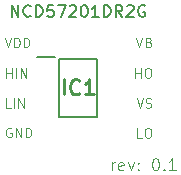
<source format=gbr>
%TF.GenerationSoftware,KiCad,Pcbnew,7.0.10*%
%TF.CreationDate,2024-02-08T11:38:55+02:00*%
%TF.ProjectId,NCD57201DR2G_breakout,4e434435-3732-4303-9144-5232475f6272,0.1*%
%TF.SameCoordinates,Original*%
%TF.FileFunction,Legend,Top*%
%TF.FilePolarity,Positive*%
%FSLAX46Y46*%
G04 Gerber Fmt 4.6, Leading zero omitted, Abs format (unit mm)*
G04 Created by KiCad (PCBNEW 7.0.10) date 2024-02-08 11:38:55*
%MOMM*%
%LPD*%
G01*
G04 APERTURE LIST*
%ADD10C,0.100000*%
%ADD11C,0.200000*%
%ADD12C,0.125000*%
%ADD13C,0.254000*%
G04 APERTURE END LIST*
D10*
X120876497Y-69783095D02*
X120876497Y-68983095D01*
X120876497Y-69364047D02*
X121333640Y-69364047D01*
X121333640Y-69783095D02*
X121333640Y-68983095D01*
X121866973Y-68983095D02*
X122019354Y-68983095D01*
X122019354Y-68983095D02*
X122095544Y-69021190D01*
X122095544Y-69021190D02*
X122171735Y-69097380D01*
X122171735Y-69097380D02*
X122209830Y-69249761D01*
X122209830Y-69249761D02*
X122209830Y-69516428D01*
X122209830Y-69516428D02*
X122171735Y-69668809D01*
X122171735Y-69668809D02*
X122095544Y-69745000D01*
X122095544Y-69745000D02*
X122019354Y-69783095D01*
X122019354Y-69783095D02*
X121866973Y-69783095D01*
X121866973Y-69783095D02*
X121790782Y-69745000D01*
X121790782Y-69745000D02*
X121714592Y-69668809D01*
X121714592Y-69668809D02*
X121676496Y-69516428D01*
X121676496Y-69516428D02*
X121676496Y-69249761D01*
X121676496Y-69249761D02*
X121714592Y-69097380D01*
X121714592Y-69097380D02*
X121790782Y-69021190D01*
X121790782Y-69021190D02*
X121866973Y-68983095D01*
X110339817Y-72323095D02*
X109958865Y-72323095D01*
X109958865Y-72323095D02*
X109958865Y-71523095D01*
X110606484Y-72323095D02*
X110606484Y-71523095D01*
X110987436Y-72323095D02*
X110987436Y-71523095D01*
X110987436Y-71523095D02*
X111444579Y-72323095D01*
X111444579Y-72323095D02*
X111444579Y-71523095D01*
X120952687Y-66417695D02*
X121219354Y-67217695D01*
X121219354Y-67217695D02*
X121486020Y-66417695D01*
X122019353Y-66798647D02*
X122133639Y-66836742D01*
X122133639Y-66836742D02*
X122171734Y-66874838D01*
X122171734Y-66874838D02*
X122209830Y-66951028D01*
X122209830Y-66951028D02*
X122209830Y-67065314D01*
X122209830Y-67065314D02*
X122171734Y-67141504D01*
X122171734Y-67141504D02*
X122133639Y-67179600D01*
X122133639Y-67179600D02*
X122057449Y-67217695D01*
X122057449Y-67217695D02*
X121752687Y-67217695D01*
X121752687Y-67217695D02*
X121752687Y-66417695D01*
X121752687Y-66417695D02*
X122019353Y-66417695D01*
X122019353Y-66417695D02*
X122095544Y-66455790D01*
X122095544Y-66455790D02*
X122133639Y-66493885D01*
X122133639Y-66493885D02*
X122171734Y-66570076D01*
X122171734Y-66570076D02*
X122171734Y-66646266D01*
X122171734Y-66646266D02*
X122133639Y-66722457D01*
X122133639Y-66722457D02*
X122095544Y-66760552D01*
X122095544Y-66760552D02*
X122019353Y-66798647D01*
X122019353Y-66798647D02*
X121752687Y-66798647D01*
X121447925Y-74863095D02*
X121066973Y-74863095D01*
X121066973Y-74863095D02*
X121066973Y-74063095D01*
X121866973Y-74063095D02*
X122019354Y-74063095D01*
X122019354Y-74063095D02*
X122095544Y-74101190D01*
X122095544Y-74101190D02*
X122171735Y-74177380D01*
X122171735Y-74177380D02*
X122209830Y-74329761D01*
X122209830Y-74329761D02*
X122209830Y-74596428D01*
X122209830Y-74596428D02*
X122171735Y-74748809D01*
X122171735Y-74748809D02*
X122095544Y-74825000D01*
X122095544Y-74825000D02*
X122019354Y-74863095D01*
X122019354Y-74863095D02*
X121866973Y-74863095D01*
X121866973Y-74863095D02*
X121790782Y-74825000D01*
X121790782Y-74825000D02*
X121714592Y-74748809D01*
X121714592Y-74748809D02*
X121676496Y-74596428D01*
X121676496Y-74596428D02*
X121676496Y-74329761D01*
X121676496Y-74329761D02*
X121714592Y-74177380D01*
X121714592Y-74177380D02*
X121790782Y-74101190D01*
X121790782Y-74101190D02*
X121866973Y-74063095D01*
D11*
X110409743Y-64662619D02*
X110409743Y-63662619D01*
X110409743Y-63662619D02*
X110981171Y-64662619D01*
X110981171Y-64662619D02*
X110981171Y-63662619D01*
X112028790Y-64567380D02*
X111981171Y-64615000D01*
X111981171Y-64615000D02*
X111838314Y-64662619D01*
X111838314Y-64662619D02*
X111743076Y-64662619D01*
X111743076Y-64662619D02*
X111600219Y-64615000D01*
X111600219Y-64615000D02*
X111504981Y-64519761D01*
X111504981Y-64519761D02*
X111457362Y-64424523D01*
X111457362Y-64424523D02*
X111409743Y-64234047D01*
X111409743Y-64234047D02*
X111409743Y-64091190D01*
X111409743Y-64091190D02*
X111457362Y-63900714D01*
X111457362Y-63900714D02*
X111504981Y-63805476D01*
X111504981Y-63805476D02*
X111600219Y-63710238D01*
X111600219Y-63710238D02*
X111743076Y-63662619D01*
X111743076Y-63662619D02*
X111838314Y-63662619D01*
X111838314Y-63662619D02*
X111981171Y-63710238D01*
X111981171Y-63710238D02*
X112028790Y-63757857D01*
X112457362Y-64662619D02*
X112457362Y-63662619D01*
X112457362Y-63662619D02*
X112695457Y-63662619D01*
X112695457Y-63662619D02*
X112838314Y-63710238D01*
X112838314Y-63710238D02*
X112933552Y-63805476D01*
X112933552Y-63805476D02*
X112981171Y-63900714D01*
X112981171Y-63900714D02*
X113028790Y-64091190D01*
X113028790Y-64091190D02*
X113028790Y-64234047D01*
X113028790Y-64234047D02*
X112981171Y-64424523D01*
X112981171Y-64424523D02*
X112933552Y-64519761D01*
X112933552Y-64519761D02*
X112838314Y-64615000D01*
X112838314Y-64615000D02*
X112695457Y-64662619D01*
X112695457Y-64662619D02*
X112457362Y-64662619D01*
X113933552Y-63662619D02*
X113457362Y-63662619D01*
X113457362Y-63662619D02*
X113409743Y-64138809D01*
X113409743Y-64138809D02*
X113457362Y-64091190D01*
X113457362Y-64091190D02*
X113552600Y-64043571D01*
X113552600Y-64043571D02*
X113790695Y-64043571D01*
X113790695Y-64043571D02*
X113885933Y-64091190D01*
X113885933Y-64091190D02*
X113933552Y-64138809D01*
X113933552Y-64138809D02*
X113981171Y-64234047D01*
X113981171Y-64234047D02*
X113981171Y-64472142D01*
X113981171Y-64472142D02*
X113933552Y-64567380D01*
X113933552Y-64567380D02*
X113885933Y-64615000D01*
X113885933Y-64615000D02*
X113790695Y-64662619D01*
X113790695Y-64662619D02*
X113552600Y-64662619D01*
X113552600Y-64662619D02*
X113457362Y-64615000D01*
X113457362Y-64615000D02*
X113409743Y-64567380D01*
X114314505Y-63662619D02*
X114981171Y-63662619D01*
X114981171Y-63662619D02*
X114552600Y-64662619D01*
X115314505Y-63757857D02*
X115362124Y-63710238D01*
X115362124Y-63710238D02*
X115457362Y-63662619D01*
X115457362Y-63662619D02*
X115695457Y-63662619D01*
X115695457Y-63662619D02*
X115790695Y-63710238D01*
X115790695Y-63710238D02*
X115838314Y-63757857D01*
X115838314Y-63757857D02*
X115885933Y-63853095D01*
X115885933Y-63853095D02*
X115885933Y-63948333D01*
X115885933Y-63948333D02*
X115838314Y-64091190D01*
X115838314Y-64091190D02*
X115266886Y-64662619D01*
X115266886Y-64662619D02*
X115885933Y-64662619D01*
X116504981Y-63662619D02*
X116600219Y-63662619D01*
X116600219Y-63662619D02*
X116695457Y-63710238D01*
X116695457Y-63710238D02*
X116743076Y-63757857D01*
X116743076Y-63757857D02*
X116790695Y-63853095D01*
X116790695Y-63853095D02*
X116838314Y-64043571D01*
X116838314Y-64043571D02*
X116838314Y-64281666D01*
X116838314Y-64281666D02*
X116790695Y-64472142D01*
X116790695Y-64472142D02*
X116743076Y-64567380D01*
X116743076Y-64567380D02*
X116695457Y-64615000D01*
X116695457Y-64615000D02*
X116600219Y-64662619D01*
X116600219Y-64662619D02*
X116504981Y-64662619D01*
X116504981Y-64662619D02*
X116409743Y-64615000D01*
X116409743Y-64615000D02*
X116362124Y-64567380D01*
X116362124Y-64567380D02*
X116314505Y-64472142D01*
X116314505Y-64472142D02*
X116266886Y-64281666D01*
X116266886Y-64281666D02*
X116266886Y-64043571D01*
X116266886Y-64043571D02*
X116314505Y-63853095D01*
X116314505Y-63853095D02*
X116362124Y-63757857D01*
X116362124Y-63757857D02*
X116409743Y-63710238D01*
X116409743Y-63710238D02*
X116504981Y-63662619D01*
X117790695Y-64662619D02*
X117219267Y-64662619D01*
X117504981Y-64662619D02*
X117504981Y-63662619D01*
X117504981Y-63662619D02*
X117409743Y-63805476D01*
X117409743Y-63805476D02*
X117314505Y-63900714D01*
X117314505Y-63900714D02*
X117219267Y-63948333D01*
X118219267Y-64662619D02*
X118219267Y-63662619D01*
X118219267Y-63662619D02*
X118457362Y-63662619D01*
X118457362Y-63662619D02*
X118600219Y-63710238D01*
X118600219Y-63710238D02*
X118695457Y-63805476D01*
X118695457Y-63805476D02*
X118743076Y-63900714D01*
X118743076Y-63900714D02*
X118790695Y-64091190D01*
X118790695Y-64091190D02*
X118790695Y-64234047D01*
X118790695Y-64234047D02*
X118743076Y-64424523D01*
X118743076Y-64424523D02*
X118695457Y-64519761D01*
X118695457Y-64519761D02*
X118600219Y-64615000D01*
X118600219Y-64615000D02*
X118457362Y-64662619D01*
X118457362Y-64662619D02*
X118219267Y-64662619D01*
X119790695Y-64662619D02*
X119457362Y-64186428D01*
X119219267Y-64662619D02*
X119219267Y-63662619D01*
X119219267Y-63662619D02*
X119600219Y-63662619D01*
X119600219Y-63662619D02*
X119695457Y-63710238D01*
X119695457Y-63710238D02*
X119743076Y-63757857D01*
X119743076Y-63757857D02*
X119790695Y-63853095D01*
X119790695Y-63853095D02*
X119790695Y-63995952D01*
X119790695Y-63995952D02*
X119743076Y-64091190D01*
X119743076Y-64091190D02*
X119695457Y-64138809D01*
X119695457Y-64138809D02*
X119600219Y-64186428D01*
X119600219Y-64186428D02*
X119219267Y-64186428D01*
X120171648Y-63757857D02*
X120219267Y-63710238D01*
X120219267Y-63710238D02*
X120314505Y-63662619D01*
X120314505Y-63662619D02*
X120552600Y-63662619D01*
X120552600Y-63662619D02*
X120647838Y-63710238D01*
X120647838Y-63710238D02*
X120695457Y-63757857D01*
X120695457Y-63757857D02*
X120743076Y-63853095D01*
X120743076Y-63853095D02*
X120743076Y-63948333D01*
X120743076Y-63948333D02*
X120695457Y-64091190D01*
X120695457Y-64091190D02*
X120124029Y-64662619D01*
X120124029Y-64662619D02*
X120743076Y-64662619D01*
X121695457Y-63710238D02*
X121600219Y-63662619D01*
X121600219Y-63662619D02*
X121457362Y-63662619D01*
X121457362Y-63662619D02*
X121314505Y-63710238D01*
X121314505Y-63710238D02*
X121219267Y-63805476D01*
X121219267Y-63805476D02*
X121171648Y-63900714D01*
X121171648Y-63900714D02*
X121124029Y-64091190D01*
X121124029Y-64091190D02*
X121124029Y-64234047D01*
X121124029Y-64234047D02*
X121171648Y-64424523D01*
X121171648Y-64424523D02*
X121219267Y-64519761D01*
X121219267Y-64519761D02*
X121314505Y-64615000D01*
X121314505Y-64615000D02*
X121457362Y-64662619D01*
X121457362Y-64662619D02*
X121552600Y-64662619D01*
X121552600Y-64662619D02*
X121695457Y-64615000D01*
X121695457Y-64615000D02*
X121743076Y-64567380D01*
X121743076Y-64567380D02*
X121743076Y-64234047D01*
X121743076Y-64234047D02*
X121552600Y-64234047D01*
D12*
X118885716Y-77620519D02*
X118885716Y-76953852D01*
X118885716Y-77144328D02*
X118933335Y-77049090D01*
X118933335Y-77049090D02*
X118980954Y-77001471D01*
X118980954Y-77001471D02*
X119076192Y-76953852D01*
X119076192Y-76953852D02*
X119171430Y-76953852D01*
X119885716Y-77572900D02*
X119790478Y-77620519D01*
X119790478Y-77620519D02*
X119600002Y-77620519D01*
X119600002Y-77620519D02*
X119504764Y-77572900D01*
X119504764Y-77572900D02*
X119457145Y-77477661D01*
X119457145Y-77477661D02*
X119457145Y-77096709D01*
X119457145Y-77096709D02*
X119504764Y-77001471D01*
X119504764Y-77001471D02*
X119600002Y-76953852D01*
X119600002Y-76953852D02*
X119790478Y-76953852D01*
X119790478Y-76953852D02*
X119885716Y-77001471D01*
X119885716Y-77001471D02*
X119933335Y-77096709D01*
X119933335Y-77096709D02*
X119933335Y-77191947D01*
X119933335Y-77191947D02*
X119457145Y-77287185D01*
X120266669Y-76953852D02*
X120504764Y-77620519D01*
X120504764Y-77620519D02*
X120742859Y-76953852D01*
X121123812Y-77525280D02*
X121171431Y-77572900D01*
X121171431Y-77572900D02*
X121123812Y-77620519D01*
X121123812Y-77620519D02*
X121076193Y-77572900D01*
X121076193Y-77572900D02*
X121123812Y-77525280D01*
X121123812Y-77525280D02*
X121123812Y-77620519D01*
X121123812Y-77001471D02*
X121171431Y-77049090D01*
X121171431Y-77049090D02*
X121123812Y-77096709D01*
X121123812Y-77096709D02*
X121076193Y-77049090D01*
X121076193Y-77049090D02*
X121123812Y-77001471D01*
X121123812Y-77001471D02*
X121123812Y-77096709D01*
X122552383Y-76620519D02*
X122647621Y-76620519D01*
X122647621Y-76620519D02*
X122742859Y-76668138D01*
X122742859Y-76668138D02*
X122790478Y-76715757D01*
X122790478Y-76715757D02*
X122838097Y-76810995D01*
X122838097Y-76810995D02*
X122885716Y-77001471D01*
X122885716Y-77001471D02*
X122885716Y-77239566D01*
X122885716Y-77239566D02*
X122838097Y-77430042D01*
X122838097Y-77430042D02*
X122790478Y-77525280D01*
X122790478Y-77525280D02*
X122742859Y-77572900D01*
X122742859Y-77572900D02*
X122647621Y-77620519D01*
X122647621Y-77620519D02*
X122552383Y-77620519D01*
X122552383Y-77620519D02*
X122457145Y-77572900D01*
X122457145Y-77572900D02*
X122409526Y-77525280D01*
X122409526Y-77525280D02*
X122361907Y-77430042D01*
X122361907Y-77430042D02*
X122314288Y-77239566D01*
X122314288Y-77239566D02*
X122314288Y-77001471D01*
X122314288Y-77001471D02*
X122361907Y-76810995D01*
X122361907Y-76810995D02*
X122409526Y-76715757D01*
X122409526Y-76715757D02*
X122457145Y-76668138D01*
X122457145Y-76668138D02*
X122552383Y-76620519D01*
X123314288Y-77525280D02*
X123361907Y-77572900D01*
X123361907Y-77572900D02*
X123314288Y-77620519D01*
X123314288Y-77620519D02*
X123266669Y-77572900D01*
X123266669Y-77572900D02*
X123314288Y-77525280D01*
X123314288Y-77525280D02*
X123314288Y-77620519D01*
X124314287Y-77620519D02*
X123742859Y-77620519D01*
X124028573Y-77620519D02*
X124028573Y-76620519D01*
X124028573Y-76620519D02*
X123933335Y-76763376D01*
X123933335Y-76763376D02*
X123838097Y-76858614D01*
X123838097Y-76858614D02*
X123742859Y-76906233D01*
D10*
X109958865Y-69783095D02*
X109958865Y-68983095D01*
X109958865Y-69364047D02*
X110416008Y-69364047D01*
X110416008Y-69783095D02*
X110416008Y-68983095D01*
X110796960Y-69783095D02*
X110796960Y-68983095D01*
X111177912Y-69783095D02*
X111177912Y-68983095D01*
X111177912Y-68983095D02*
X111635055Y-69783095D01*
X111635055Y-69783095D02*
X111635055Y-68983095D01*
X109844579Y-66417695D02*
X110111246Y-67217695D01*
X110111246Y-67217695D02*
X110377912Y-66417695D01*
X110644579Y-67217695D02*
X110644579Y-66417695D01*
X110644579Y-66417695D02*
X110835055Y-66417695D01*
X110835055Y-66417695D02*
X110949341Y-66455790D01*
X110949341Y-66455790D02*
X111025531Y-66531980D01*
X111025531Y-66531980D02*
X111063626Y-66608171D01*
X111063626Y-66608171D02*
X111101722Y-66760552D01*
X111101722Y-66760552D02*
X111101722Y-66874838D01*
X111101722Y-66874838D02*
X111063626Y-67027219D01*
X111063626Y-67027219D02*
X111025531Y-67103409D01*
X111025531Y-67103409D02*
X110949341Y-67179600D01*
X110949341Y-67179600D02*
X110835055Y-67217695D01*
X110835055Y-67217695D02*
X110644579Y-67217695D01*
X111444579Y-67217695D02*
X111444579Y-66417695D01*
X111444579Y-66417695D02*
X111635055Y-66417695D01*
X111635055Y-66417695D02*
X111749341Y-66455790D01*
X111749341Y-66455790D02*
X111825531Y-66531980D01*
X111825531Y-66531980D02*
X111863626Y-66608171D01*
X111863626Y-66608171D02*
X111901722Y-66760552D01*
X111901722Y-66760552D02*
X111901722Y-66874838D01*
X111901722Y-66874838D02*
X111863626Y-67027219D01*
X111863626Y-67027219D02*
X111825531Y-67103409D01*
X111825531Y-67103409D02*
X111749341Y-67179600D01*
X111749341Y-67179600D02*
X111635055Y-67217695D01*
X111635055Y-67217695D02*
X111444579Y-67217695D01*
X120990782Y-71523095D02*
X121257449Y-72323095D01*
X121257449Y-72323095D02*
X121524115Y-71523095D01*
X121752686Y-72285000D02*
X121866972Y-72323095D01*
X121866972Y-72323095D02*
X122057448Y-72323095D01*
X122057448Y-72323095D02*
X122133639Y-72285000D01*
X122133639Y-72285000D02*
X122171734Y-72246904D01*
X122171734Y-72246904D02*
X122209829Y-72170714D01*
X122209829Y-72170714D02*
X122209829Y-72094523D01*
X122209829Y-72094523D02*
X122171734Y-72018333D01*
X122171734Y-72018333D02*
X122133639Y-71980238D01*
X122133639Y-71980238D02*
X122057448Y-71942142D01*
X122057448Y-71942142D02*
X121905067Y-71904047D01*
X121905067Y-71904047D02*
X121828877Y-71865952D01*
X121828877Y-71865952D02*
X121790782Y-71827857D01*
X121790782Y-71827857D02*
X121752686Y-71751666D01*
X121752686Y-71751666D02*
X121752686Y-71675476D01*
X121752686Y-71675476D02*
X121790782Y-71599285D01*
X121790782Y-71599285D02*
X121828877Y-71561190D01*
X121828877Y-71561190D02*
X121905067Y-71523095D01*
X121905067Y-71523095D02*
X122095544Y-71523095D01*
X122095544Y-71523095D02*
X122209829Y-71561190D01*
X110377912Y-74075790D02*
X110301722Y-74037695D01*
X110301722Y-74037695D02*
X110187436Y-74037695D01*
X110187436Y-74037695D02*
X110073150Y-74075790D01*
X110073150Y-74075790D02*
X109996960Y-74151980D01*
X109996960Y-74151980D02*
X109958865Y-74228171D01*
X109958865Y-74228171D02*
X109920769Y-74380552D01*
X109920769Y-74380552D02*
X109920769Y-74494838D01*
X109920769Y-74494838D02*
X109958865Y-74647219D01*
X109958865Y-74647219D02*
X109996960Y-74723409D01*
X109996960Y-74723409D02*
X110073150Y-74799600D01*
X110073150Y-74799600D02*
X110187436Y-74837695D01*
X110187436Y-74837695D02*
X110263627Y-74837695D01*
X110263627Y-74837695D02*
X110377912Y-74799600D01*
X110377912Y-74799600D02*
X110416008Y-74761504D01*
X110416008Y-74761504D02*
X110416008Y-74494838D01*
X110416008Y-74494838D02*
X110263627Y-74494838D01*
X110758865Y-74837695D02*
X110758865Y-74037695D01*
X110758865Y-74037695D02*
X111216008Y-74837695D01*
X111216008Y-74837695D02*
X111216008Y-74037695D01*
X111596960Y-74837695D02*
X111596960Y-74037695D01*
X111596960Y-74037695D02*
X111787436Y-74037695D01*
X111787436Y-74037695D02*
X111901722Y-74075790D01*
X111901722Y-74075790D02*
X111977912Y-74151980D01*
X111977912Y-74151980D02*
X112016007Y-74228171D01*
X112016007Y-74228171D02*
X112054103Y-74380552D01*
X112054103Y-74380552D02*
X112054103Y-74494838D01*
X112054103Y-74494838D02*
X112016007Y-74647219D01*
X112016007Y-74647219D02*
X111977912Y-74723409D01*
X111977912Y-74723409D02*
X111901722Y-74799600D01*
X111901722Y-74799600D02*
X111787436Y-74837695D01*
X111787436Y-74837695D02*
X111596960Y-74837695D01*
D13*
X114812837Y-71211718D02*
X114812837Y-69941718D01*
X116143314Y-71090765D02*
X116082838Y-71151242D01*
X116082838Y-71151242D02*
X115901409Y-71211718D01*
X115901409Y-71211718D02*
X115780457Y-71211718D01*
X115780457Y-71211718D02*
X115599028Y-71151242D01*
X115599028Y-71151242D02*
X115478076Y-71030289D01*
X115478076Y-71030289D02*
X115417599Y-70909337D01*
X115417599Y-70909337D02*
X115357123Y-70667432D01*
X115357123Y-70667432D02*
X115357123Y-70486003D01*
X115357123Y-70486003D02*
X115417599Y-70244099D01*
X115417599Y-70244099D02*
X115478076Y-70123146D01*
X115478076Y-70123146D02*
X115599028Y-70002194D01*
X115599028Y-70002194D02*
X115780457Y-69941718D01*
X115780457Y-69941718D02*
X115901409Y-69941718D01*
X115901409Y-69941718D02*
X116082838Y-70002194D01*
X116082838Y-70002194D02*
X116143314Y-70062670D01*
X117352838Y-71211718D02*
X116627123Y-71211718D01*
X116989980Y-71211718D02*
X116989980Y-69941718D01*
X116989980Y-69941718D02*
X116869028Y-70123146D01*
X116869028Y-70123146D02*
X116748076Y-70244099D01*
X116748076Y-70244099D02*
X116627123Y-70304575D01*
D11*
%TO.C,IC1*%
X112577600Y-68032400D02*
X114102600Y-68032400D01*
X114452600Y-68187400D02*
X117652600Y-68187400D01*
X114452600Y-73087400D02*
X114452600Y-68187400D01*
X117652600Y-68187400D02*
X117652600Y-73087400D01*
X117652600Y-73087400D02*
X114452600Y-73087400D01*
%TD*%
M02*

</source>
